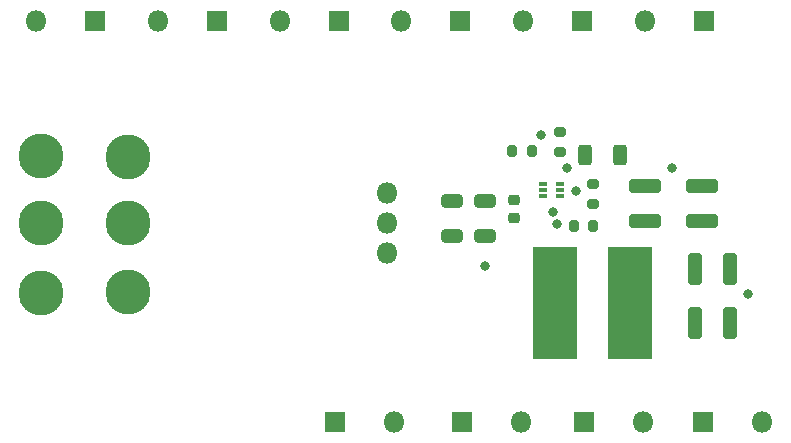
<source format=gbr>
%TF.GenerationSoftware,KiCad,Pcbnew,(6.0.5)*%
%TF.CreationDate,2022-09-22T23:13:11-05:00*%
%TF.ProjectId,powerPCB,706f7765-7250-4434-922e-6b696361645f,rev?*%
%TF.SameCoordinates,Original*%
%TF.FileFunction,Soldermask,Top*%
%TF.FilePolarity,Negative*%
%FSLAX46Y46*%
G04 Gerber Fmt 4.6, Leading zero omitted, Abs format (unit mm)*
G04 Created by KiCad (PCBNEW (6.0.5)) date 2022-09-22 23:13:11*
%MOMM*%
%LPD*%
G01*
G04 APERTURE LIST*
G04 Aperture macros list*
%AMRoundRect*
0 Rectangle with rounded corners*
0 $1 Rounding radius*
0 $2 $3 $4 $5 $6 $7 $8 $9 X,Y pos of 4 corners*
0 Add a 4 corners polygon primitive as box body*
4,1,4,$2,$3,$4,$5,$6,$7,$8,$9,$2,$3,0*
0 Add four circle primitives for the rounded corners*
1,1,$1+$1,$2,$3*
1,1,$1+$1,$4,$5*
1,1,$1+$1,$6,$7*
1,1,$1+$1,$8,$9*
0 Add four rect primitives between the rounded corners*
20,1,$1+$1,$2,$3,$4,$5,0*
20,1,$1+$1,$4,$5,$6,$7,0*
20,1,$1+$1,$6,$7,$8,$9,0*
20,1,$1+$1,$8,$9,$2,$3,0*%
G04 Aperture macros list end*
%ADD10RoundRect,0.200000X-0.200000X-0.275000X0.200000X-0.275000X0.200000X0.275000X-0.200000X0.275000X0*%
%ADD11C,3.800000*%
%ADD12RoundRect,0.250000X1.100000X-0.325000X1.100000X0.325000X-1.100000X0.325000X-1.100000X-0.325000X0*%
%ADD13R,1.800000X1.800000*%
%ADD14O,1.800000X1.800000*%
%ADD15RoundRect,0.200000X-0.275000X0.200000X-0.275000X-0.200000X0.275000X-0.200000X0.275000X0.200000X0*%
%ADD16RoundRect,0.200000X0.275000X-0.200000X0.275000X0.200000X-0.275000X0.200000X-0.275000X-0.200000X0*%
%ADD17RoundRect,0.250000X-0.650000X0.325000X-0.650000X-0.325000X0.650000X-0.325000X0.650000X0.325000X0*%
%ADD18RoundRect,0.225000X-0.250000X0.225000X-0.250000X-0.225000X0.250000X-0.225000X0.250000X0.225000X0*%
%ADD19R,3.750000X9.500000*%
%ADD20R,0.700000X0.340000*%
%ADD21RoundRect,0.250000X-0.325000X-1.100000X0.325000X-1.100000X0.325000X1.100000X-0.325000X1.100000X0*%
%ADD22RoundRect,0.250000X-0.312500X-0.625000X0.312500X-0.625000X0.312500X0.625000X-0.312500X0.625000X0*%
%ADD23C,0.800000*%
G04 APERTURE END LIST*
D10*
%TO.C,R1*%
X135975000Y-73000000D03*
X137625000Y-73000000D03*
%TD*%
D11*
%TO.C,H5*%
X96100000Y-73400000D03*
%TD*%
D12*
%TO.C,C5*%
X152030000Y-78915000D03*
X152030000Y-75965000D03*
%TD*%
D13*
%TO.C,J10*%
X131570000Y-62000000D03*
D14*
X126570000Y-62000000D03*
%TD*%
D13*
%TO.C,J3*%
X142030000Y-95900000D03*
D14*
X147030000Y-95900000D03*
%TD*%
D15*
%TO.C,R3*%
X140000000Y-71375000D03*
X140000000Y-73025000D03*
%TD*%
D16*
%TO.C,R2*%
X142800000Y-77425000D03*
X142800000Y-75775000D03*
%TD*%
D13*
%TO.C,J7*%
X152200000Y-61980000D03*
D14*
X147200000Y-61980000D03*
%TD*%
D17*
%TO.C,C2*%
X133700000Y-77225000D03*
X133700000Y-80175000D03*
%TD*%
D13*
%TO.C,J6*%
X121270000Y-62000000D03*
D14*
X116270000Y-62000000D03*
%TD*%
D13*
%TO.C,J9*%
X141900000Y-62000000D03*
D14*
X136900000Y-62000000D03*
%TD*%
D11*
%TO.C,H6*%
X96100000Y-79100000D03*
%TD*%
D13*
%TO.C,J4*%
X131730000Y-95900000D03*
D14*
X136730000Y-95900000D03*
%TD*%
D13*
%TO.C,J8*%
X100670000Y-62000000D03*
D14*
X95670000Y-62000000D03*
%TD*%
D12*
%TO.C,C4*%
X147240000Y-78915000D03*
X147240000Y-75965000D03*
%TD*%
D11*
%TO.C,H2*%
X103400000Y-84900000D03*
%TD*%
D18*
%TO.C,C3*%
X136100000Y-77125000D03*
X136100000Y-78675000D03*
%TD*%
D19*
%TO.C,L1*%
X139620000Y-85800000D03*
X145980000Y-85800000D03*
%TD*%
D13*
%TO.C,J1*%
X120930000Y-95900000D03*
D14*
X125930000Y-95900000D03*
%TD*%
D11*
%TO.C,H3*%
X103400000Y-73500000D03*
%TD*%
D13*
%TO.C,J5*%
X110970000Y-62000000D03*
D14*
X105970000Y-62000000D03*
%TD*%
D11*
%TO.C,H1*%
X103400000Y-79100000D03*
%TD*%
D14*
%TO.C,SW1*%
X125400000Y-81640000D03*
X125400000Y-79100000D03*
X125400000Y-76560000D03*
%TD*%
D17*
%TO.C,C1*%
X130900000Y-77225000D03*
X130900000Y-80175000D03*
%TD*%
D20*
%TO.C,U1*%
X138550000Y-75800000D03*
X138550000Y-76300000D03*
X138550000Y-76800000D03*
X140050000Y-76800000D03*
X140050000Y-76300000D03*
X140050000Y-75800000D03*
%TD*%
D21*
%TO.C,C6*%
X151425000Y-82980000D03*
X154375000Y-82980000D03*
%TD*%
D22*
%TO.C,R5*%
X142137500Y-73300000D03*
X145062500Y-73300000D03*
%TD*%
D11*
%TO.C,H4*%
X96100000Y-85000000D03*
%TD*%
D21*
%TO.C,C7*%
X151425000Y-87500000D03*
X154375000Y-87500000D03*
%TD*%
D13*
%TO.C,J2*%
X152130000Y-95900000D03*
D14*
X157130000Y-95900000D03*
%TD*%
D10*
%TO.C,R4*%
X141175000Y-79300000D03*
X142825000Y-79300000D03*
%TD*%
D23*
X138450000Y-71610000D03*
X139790000Y-79190000D03*
X139400000Y-78100000D03*
X133700000Y-82700000D03*
X149500000Y-74400000D03*
X155900000Y-85100000D03*
X141398999Y-76325263D03*
X140610000Y-74400000D03*
M02*

</source>
